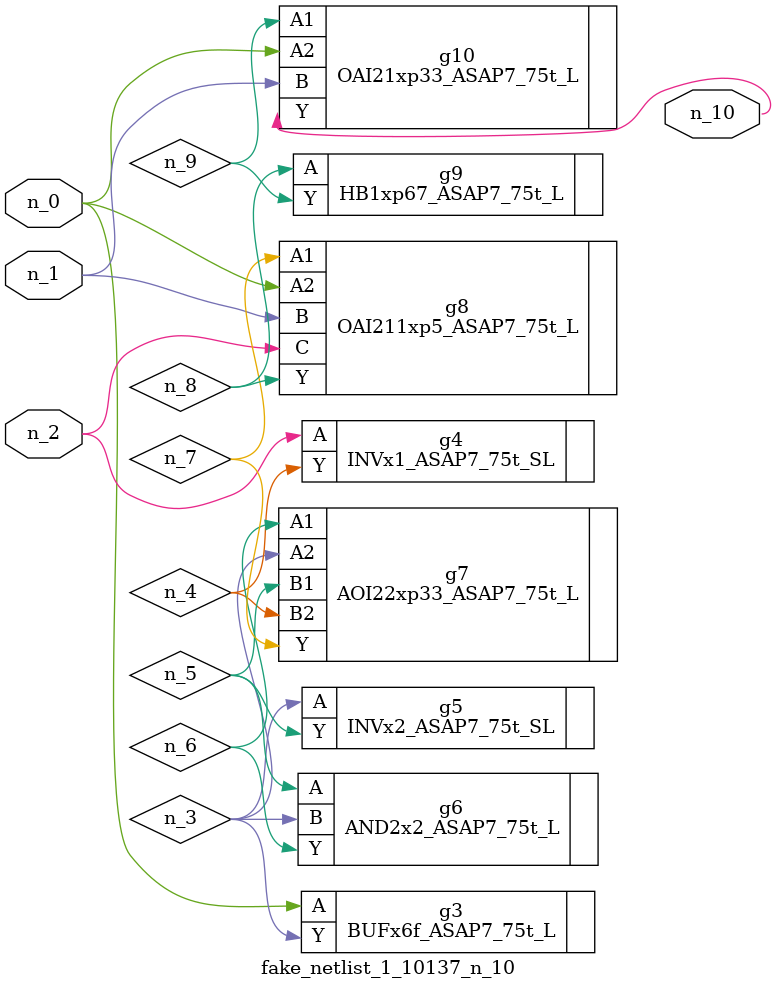
<source format=v>
module fake_netlist_1_10137_n_10 (n_1, n_2, n_0, n_10);
input n_1;
input n_2;
input n_0;
output n_10;
wire n_6;
wire n_4;
wire n_3;
wire n_9;
wire n_5;
wire n_7;
wire n_8;
BUFx6f_ASAP7_75t_L g3 ( .A(n_0), .Y(n_3) );
INVx1_ASAP7_75t_SL g4 ( .A(n_2), .Y(n_4) );
INVx2_ASAP7_75t_SL g5 ( .A(n_3), .Y(n_5) );
AND2x2_ASAP7_75t_L g6 ( .A(n_5), .B(n_3), .Y(n_6) );
AOI22xp33_ASAP7_75t_L g7 ( .A1(n_6), .A2(n_3), .B1(n_5), .B2(n_4), .Y(n_7) );
OAI211xp5_ASAP7_75t_L g8 ( .A1(n_7), .A2(n_0), .B(n_1), .C(n_2), .Y(n_8) );
HB1xp67_ASAP7_75t_L g9 ( .A(n_8), .Y(n_9) );
OAI21xp33_ASAP7_75t_L g10 ( .A1(n_9), .A2(n_0), .B(n_1), .Y(n_10) );
endmodule
</source>
